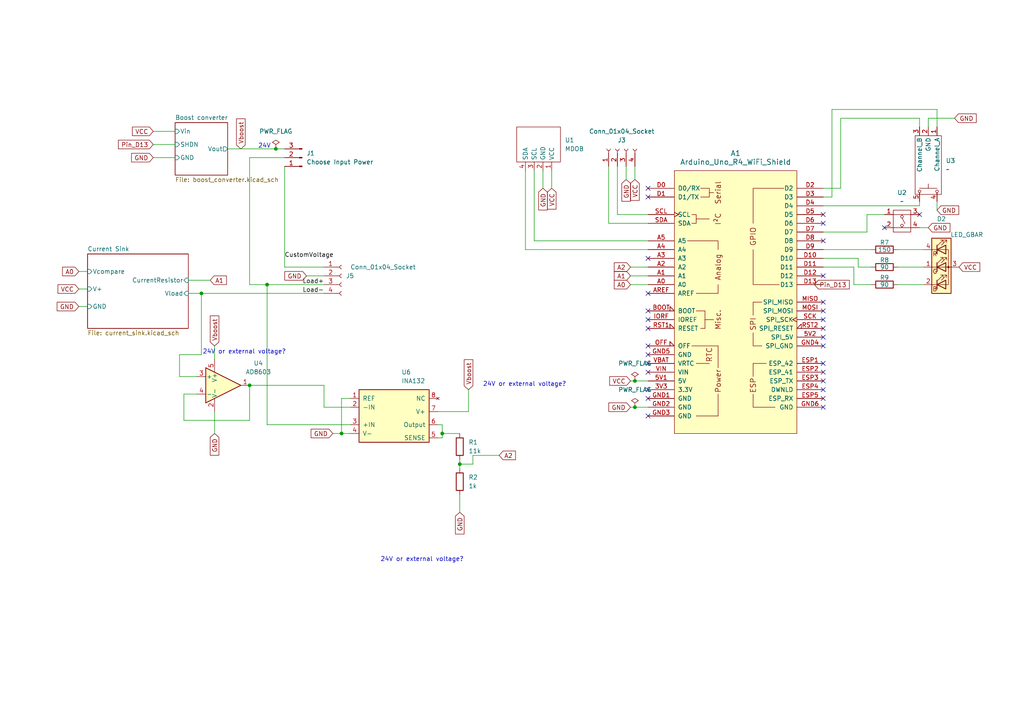
<source format=kicad_sch>
(kicad_sch (version 20250114) (generator "eeschema") (generator_version "9.0")
  (paper "A4")
  (lib_symbols
    (symbol "Amplifier_Operational:AD8603" (pin_names (offset 0.127))
      (property "Reference" "U" (at 0 5.08 0))
      (property "Value" "AD8603" (at 0 -5.08 0))
      (symbol "AD8603_0_1"
        (polyline (pts (xy -5.08 5.08) (xy 5.08 0) (xy -5.08 -5.08) (xy -5.08 5.08)) (stroke (width 0.254)) (fill (type background)))
        (pin power_in line (at -2.54 7.62 270) (length 3.81) (name "V+") (number "5"))
        (pin power_in line (at -2.54 -7.62 90) (length 3.81) (name "V-") (number "2"))
      )
      (symbol "AD8603_1_1"
        (pin input line (at -7.62 2.54 0) (length 2.54) (name "+") (number "3"))
        (pin input line (at -7.62 -2.54 0) (length 2.54) (name "-") (number "4"))
        (pin output line (at 7.62 0 180) (length 2.54) (name "~") (number "1"))
      )
    )
    (symbol "Connector:Conn_01x03_Pin" (pin_names (offset 1.016) (hide yes))
      (property "Reference" "J" (at 0 5.08 0))
      (property "Value" "Conn_01x03_Pin" (at 0 -5.08 0))
      (symbol "Conn_01x03_Pin_1_1"
        (rectangle (start 0.8636 2.667) (end 0 2.413) (stroke (width 0.1524)) (fill (type outline)))
        (rectangle (start 0.8636 0.127) (end 0 -0.127) (stroke (width 0.1524)) (fill (type outline)))
        (rectangle (start 0.8636 -2.413) (end 0 -2.667) (stroke (width 0.1524)) (fill (type outline)))
        (polyline (pts (xy 1.27 2.54) (xy 0.8636 2.54)) (stroke (width 0.1524)))
        (polyline (pts (xy 1.27 0) (xy 0.8636 0)) (stroke (width 0.1524)))
        (polyline (pts (xy 1.27 -2.54) (xy 0.8636 -2.54)) (stroke (width 0.1524)))
        (pin passive line (at 5.08 2.54 180) (length 3.81) (name "Pin_1") (number "1"))
        (pin passive line (at 5.08 0 180) (length 3.81) (name "Pin_2") (number "2"))
        (pin passive line (at 5.08 -2.54 180) (length 3.81) (name "Pin_3") (number "3"))
      )
    )
    (symbol "Connector:Conn_01x04_Socket" (pin_names (offset 1.016) (hide yes))
      (property "Reference" "J" (at 0 5.08 0))
      (property "Value" "Conn_01x04_Socket" (at 0 -7.62 0))
      (symbol "Conn_01x04_Socket_1_1"
        (polyline (pts (xy -1.27 2.54) (xy -0.508 2.54)) (stroke (width 0.1524)))
        (polyline (pts (xy -1.27 0) (xy -0.508 0)) (stroke (width 0.1524)))
        (polyline (pts (xy -1.27 -2.54) (xy -0.508 -2.54)) (stroke (width 0.1524)))
        (polyline (pts (xy -1.27 -5.08) (xy -0.508 -5.08)) (stroke (width 0.1524)))
        (arc (start 0 2.032) (mid -0.5058 2.54) (end 0 3.048) (stroke (width 0.1524)))
        (arc (start 0 -0.508) (mid -0.5058 0) (end 0 0.508) (stroke (width 0.1524)))
        (arc (start 0 -3.048) (mid -0.5058 -2.54) (end 0 -2.032) (stroke (width 0.1524)))
        (arc (start 0 -5.588) (mid -0.5058 -5.08) (end 0 -4.572) (stroke (width 0.1524)))
        (pin passive line (at -5.08 2.54 0) (length 3.81) (name "Pin_1") (number "1"))
        (pin passive line (at -5.08 0 0) (length 3.81) (name "Pin_2") (number "2"))
        (pin passive line (at -5.08 -2.54 0) (length 3.81) (name "Pin_3") (number "3"))
        (pin passive line (at -5.08 -5.08 0) (length 3.81) (name "Pin_4") (number "4"))
      )
    )
    (symbol "Custom_library:MC32831"
      (property "Reference" "U" (at 2.54 -0.508 0))
      (symbol "MC32831_0_1"
        (rectangle (start 0 2.54) (end 5.08 -3.81))
        (polyline (pts (xy 2.4971 1.2436) (xy 2.4756 1.072)))
        (circle (center 2.54 0.635) (radius 0.381))
        (circle (center 2.54 -1.905) (radius 0.381))
        (polyline (pts (xy 2.54 -2.54) (xy 2.5614 -2.2942)))
        (polyline (pts (xy 2.5828 0.2358) (xy 3.3976 -1.3722)))
        (polyline (pts (xy 5.08 1.27) (xy 0 1.27)))
        (polyline (pts (xy 5.08 -2.54) (xy 0 -2.54)))
      )
      (symbol "MC32831_1_1"
        (pin passive line (at -2.54 1.27 0) (length 2.54) (name "") (number "1"))
        (pin passive line (at -2.54 -2.54 0) (length 2.54) (name "") (number "2"))
        (pin passive line (at 7.62 1.27 180) (length 2.54) (name "") (number "3"))
        (pin passive line (at 7.62 -2.54 180) (length 2.54) (name "") (number "4"))
      )
    )
    (symbol "Custom_library:MDOB128064V2v_WI"
      (property "Reference" "U" (at -4.318 -5.334 0))
      (property "Value" "MDOB" (at 3.048 -5.334 0))
      (symbol "MDOB128064V2v_WI_0_1"
        (rectangle (start -6.35 2.54) (end 6.35 -7.62))
      )
      (symbol "MDOB128064V2v_WI_1_1"
        (pin power_in line (at -3.81 5.08 270) (length 2.54) (name "VCC") (number "1"))
        (pin power_in line (at -1.27 5.08 270) (length 2.54) (name "GND") (number "2"))
        (pin bidirectional line (at 1.27 5.08 270) (length 2.54) (name "SCL") (number "3"))
        (pin bidirectional line (at 3.81 5.08 270) (length 2.54) (name "SDA") (number "4"))
      )
    )
    (symbol "Custom_library:PEC11R-4215K-S0012"
      (property "Reference" "U" (at 0 0 0))
      (symbol "PEC11R-4215K-S0012_0_1"
        (rectangle (start -6.35 3.81) (end 10.668 -3.81))
        (rectangle (start 7.62 0) (end 8.89 0))
        (polyline (pts (xy 8.89 2.54) (xy 8.89 -2.54)))
        (circle (center 9.779 2.54) (radius 0.381))
        (circle (center 9.779 -2.54) (radius 0.381))
      )
      (symbol "PEC11R-4215K-S0012_1_1"
        (pin passive line (at -8.89 2.54 0) (length 2.54) (name "Channel_A") (number "1"))
        (pin power_in line (at -8.89 0 0) (length 2.54) (name "GND") (number "2"))
        (pin passive line (at -8.89 -2.54 0) (length 2.54) (name "Channel_B") (number "3"))
        (pin passive line (at 12.7 2.54 180) (length 2.54) (name "") (number "4"))
        (pin passive line (at 12.7 -2.54 180) (length 2.54) (name "") (number "5"))
      )
    )
    (symbol "Device:LED_GBAR" (pin_names (offset 0) (hide yes))
      (property "Reference" "D" (at 0 9.398 0))
      (property "Value" "LED_GBAR" (at 0 -8.89 0))
      (symbol "LED_GBAR_0_0"
        (text "R" (at -1.905 3.81 0) (effects (font (size 1.27 1.27))))
        (text "G" (at -1.905 -1.27 0) (effects (font (size 1.27 1.27))))
        (text "B" (at -1.905 -6.35 0) (effects (font (size 1.27 1.27))))
      )
      (symbol "LED_GBAR_0_1"
        (polyline (pts (xy -1.27 6.35) (xy -1.27 3.81)) (stroke (width 0.254)))
        (polyline (pts (xy -1.27 6.35) (xy -1.27 3.81) (xy -1.27 3.81)))
        (polyline (pts (xy -1.27 5.08) (xy -2.54 5.08)))
        (polyline (pts (xy -1.27 5.08) (xy 1.27 5.08)))
        (polyline (pts (xy -1.27 1.27) (xy -1.27 -1.27)) (stroke (width 0.254)))
        (polyline (pts (xy -1.27 1.27) (xy -1.27 -1.27) (xy -1.27 -1.27)))
        (polyline (pts (xy -1.27 0) (xy -2.54 0)))
        (polyline (pts (xy -1.27 -3.81) (xy -1.27 -6.35)) (stroke (width 0.254)))
        (polyline (pts (xy -1.27 -5.08) (xy -2.54 -5.08)))
        (polyline (pts (xy -1.27 -5.08) (xy 1.27 -5.08)))
        (polyline (pts (xy -1.016 6.35) (xy 0.508 7.874) (xy -0.254 7.874) (xy 0.508 7.874) (xy 0.508 7.112)))
        (polyline (pts (xy -1.016 1.27) (xy 0.508 2.794) (xy -0.254 2.794) (xy 0.508 2.794) (xy 0.508 2.032)))
        (polyline (pts (xy -1.016 -3.81) (xy 0.508 -2.286) (xy -0.254 -2.286) (xy 0.508 -2.286) (xy 0.508 -3.048)))
        (polyline (pts (xy 0 6.35) (xy 1.524 7.874) (xy 0.762 7.874) (xy 1.524 7.874) (xy 1.524 7.112)))
        (polyline (pts (xy 0 1.27) (xy 1.524 2.794) (xy 0.762 2.794) (xy 1.524 2.794) (xy 1.524 2.032)))
        (polyline (pts (xy 0 -3.81) (xy 1.524 -2.286) (xy 0.762 -2.286) (xy 1.524 -2.286) (xy 1.524 -3.048)))
        (polyline (pts (xy 1.27 6.35) (xy 1.27 3.81) (xy -1.27 5.08) (xy 1.27 6.35)) (stroke (width 0.254)))
        (rectangle (start 1.27 6.35) (end 1.27 6.35))
        (rectangle (start 1.27 3.81) (end 1.27 6.35))
        (polyline (pts (xy 1.27 1.27) (xy 1.27 -1.27) (xy -1.27 0) (xy 1.27 1.27)) (stroke (width 0.254)))
        (rectangle (start 1.27 1.27) (end 1.27 1.27))
        (polyline (pts (xy 1.27 0) (xy -1.27 0)))
        (polyline (pts (xy 1.27 0) (xy 2.54 0)))
        (rectangle (start 1.27 -1.27) (end 1.27 1.27))
        (polyline (pts (xy 1.27 -3.81) (xy 1.27 -6.35) (xy -1.27 -5.08) (xy 1.27 -3.81)) (stroke (width 0.254)))
        (polyline (pts (xy 1.27 -5.08) (xy 2.032 -5.08) (xy 2.032 5.08) (xy 1.27 5.08)))
        (circle (center 2.032 0) (radius 0.254) (fill (type outline)))
        (rectangle (start 2.794 8.382) (end -2.794 -7.62) (stroke (width 0.254)) (fill (type background)))
      )
      (symbol "LED_GBAR_1_1"
        (pin passive line (at -5.08 5.08 0) (length 2.54) (name "RK") (number "4"))
        (pin passive line (at -5.08 0 0) (length 2.54) (name "GK") (number "1"))
        (pin passive line (at -5.08 -5.08 0) (length 2.54) (name "BK") (number "2"))
        (pin passive line (at 5.08 0 180) (length 2.54) (name "A") (number "3"))
      )
    )
    (symbol "Device:R" (pin_numbers (hide yes)) (pin_names (offset 0))
      (property "Reference" "R" (at 2.032 0 90))
      (property "Value" "R" (at 0 0 90))
      (symbol "R_0_1"
        (rectangle (start -1.016 -2.54) (end 1.016 2.54) (stroke (width 0.254)))
      )
      (symbol "R_1_1"
        (pin passive line (at 0 3.81 270) (length 1.27) (name "~") (number "1"))
        (pin passive line (at 0 -3.81 90) (length 1.27) (name "~") (number "2"))
      )
    )
    (symbol "Interface_CAN_LIN:TJA1051T-3" (pin_names (offset 1.016))
      (property "Reference" "U6" (at 2.1433 12.7 0))
      (property "Value" "INA132" (at 2.1433 10.16 0))
      (symbol "TJA1051T-3_0_1"
        (rectangle (start -10.16 7.62) (end 10.16 -7.62) (stroke (width 0.254)) (fill (type background)))
      )
      (symbol "TJA1051T-3_1_1"
        (pin input line (at -12.7 5.08 0) (length 2.54) (name "REF") (number "1"))
        (pin input line (at -12.7 2.54 0) (length 2.54) (name "-IN") (number "2"))
        (pin input line (at -12.7 -2.54 0) (length 2.54) (name "+IN") (number "3"))
        (pin power_in line (at -12.7 -5.08 0) (length 2.54) (name "V-") (number "4"))
        (pin no_connect line (at 12.7 5.08 180) (length 2.54) (name "NC") (number "8"))
        (pin power_in line (at 12.7 1.27 180) (length 2.54) (name "V+") (number "7"))
        (pin output line (at 12.7 -2.54 180) (length 2.54) (name "Output") (number "6"))
        (pin input line (at 12.7 -6.35 180) (length 2.54) (name "SENSE") (number "5"))
      )
    )
    (symbol "PCM_arduino-library:Arduino_Uno_R4_WiFi_Shield" (pin_names (offset 1.016))
      (property "Reference" "A" (at 0 43.18 0))
      (property "Value" "Arduino_Uno_R4_WiFi_Shield" (at 0 40.64 0))
      (symbol "Arduino_Uno_R4_WiFi_Shield_0_0"
        (rectangle (start -17.78 38.1) (end 17.78 -38.1) (fill (type background)))
        (polyline (pts (xy -12.7 25.4) (xy -11.43 25.4) (xy -11.43 22.86) (xy -12.7 22.86)))
        (rectangle (start -12.7 -12.7) (end -5.08 -12.7))
        (polyline (pts (xy -11.43 24.13) (xy -7.62 24.13)))
        (rectangle (start -11.43 -33.02) (end -5.08 -33.02))
        (polyline (pts (xy -10.16 33.02) (xy -7.62 33.02) (xy -7.62 30.48) (xy -10.16 30.48)))
        (rectangle (start -10.16 -7.62) (end -8.89 -7.62))
        (rectangle (start -8.89 -2.54) (end -11.43 -2.54))
        (rectangle (start -8.89 -5.08) (end -6.35 -5.08))
        (rectangle (start -8.89 -7.62) (end -8.89 -2.54))
        (polyline (pts (xy -7.62 31.75) (xy -6.35 31.75)))
        (polyline (pts (xy -5.08 15.24) (xy -5.08 17.78) (xy -13.97 17.78)))
        (polyline (pts (xy -5.08 5.08) (xy -5.08 2.54) (xy -11.43 2.54)))
        (polyline (pts (xy -5.08 -12.7) (xy -5.08 -19.05)))
        (polyline (pts (xy -5.08 -26.67) (xy -5.08 -33.02)))
        (polyline (pts (xy 5.08 22.86) (xy 5.08 33.02) (xy 13.97 33.02)))
        (polyline (pts (xy 5.08 15.24) (xy 5.08 5.08) (xy 12.7 5.08)))
        (rectangle (start 5.08 -3.81) (end 5.08 0))
        (rectangle (start 5.08 -12.7) (end 5.08 -8.89))
        (rectangle (start 5.08 -12.7) (end 7.62 -12.7))
        (rectangle (start 5.08 -17.78) (end 8.89 -17.78))
        (rectangle (start 5.08 -21.59) (end 5.08 -17.78))
        (rectangle (start 5.08 -30.48) (end 5.08 -26.67))
        (rectangle (start 5.08 -30.48) (end 11.43 -30.48))
        (rectangle (start 7.62 0) (end 5.08 0))
        (text "RTC" (at -7.62 -15.24 900) (effects (font (size 1.524 1.524))))
        (text "Serial" (at -5.08 31.75 900) (effects (font (size 1.524 1.524))))
        (text "I²C" (at -5.08 24.13 900) (effects (font (size 1.524 1.524))))
        (text "Analog" (at -5.08 10.16 900) (effects (font (size 1.524 1.524))))
        (text "Misc." (at -5.08 -5.08 900) (effects (font (size 1.524 1.524))))
        (text "Power" (at -5.08 -22.86 900) (effects (font (size 1.524 1.524))))
        (text "SPI" (at 5.08 -6.35 900) (effects (font (size 1.524 1.524))))
        (text "ESP" (at 5.08 -24.13 900) (effects (font (size 1.524 1.524))))
      )
      (symbol "Arduino_Uno_R4_WiFi_Shield_0_1"
        (polyline (pts (xy -11.43 -17.78) (xy -7.62 -17.78)))
      )
      (symbol "Arduino_Uno_R4_WiFi_Shield_1_0"
        (text "GPIO" (at 5.08 19.05 900) (effects (font (size 1.524 1.524))))
      )
      (symbol "Arduino_Uno_R4_WiFi_Shield_1_1"
        (pin bidirectional line (at -25.4 33.02 0) (length 7.62) (name "D0/RX") (number "D0"))
        (pin bidirectional line (at -25.4 30.48 0) (length 7.62) (name "D1/TX") (number "D1"))
        (pin bidirectional clock (at -25.4 25.4 0) (length 7.62) (name "SCL") (number "SCL"))
        (pin bidirectional line (at -25.4 22.86 0) (length 7.62) (name "SDA") (number "SDA"))
        (pin bidirectional line (at -25.4 17.78 0) (length 7.62) (name "A5") (number "A5"))
        (pin bidirectional line (at -25.4 15.24 0) (length 7.62) (name "A4") (number "A4"))
        (pin bidirectional line (at -25.4 12.7 0) (length 7.62) (name "A3") (number "A3"))
        (pin bidirectional line (at -25.4 10.16 0) (length 7.62) (name "A2") (number "A2"))
        (pin bidirectional line (at -25.4 7.62 0) (length 7.62) (name "A1") (number "A1"))
        (pin bidirectional line (at -25.4 5.08 0) (length 7.62) (name "A0") (number "A0"))
        (pin input line (at -25.4 2.54 0) (length 7.62) (name "AREF") (number "AREF"))
        (pin input input_low (at -25.4 -2.54 0) (length 7.62) (name "BOOT") (number "BOOT"))
        (pin output line (at -25.4 -5.08 0) (length 7.62) (name "IOREF") (number "IORF"))
        (pin open_collector input_low (at -25.4 -7.62 0) (length 7.62) (name "RESET") (number "RST1"))
        (pin input input_low (at -25.4 -12.7 0) (length 7.62) (name "OFF") (number "OFF"))
        (pin power_in line (at -25.4 -15.24 0) (length 7.62) (name "GND") (number "GND5"))
        (pin power_in line (at -25.4 -17.78 0) (length 7.62) (name "VRTC") (number "VBAT"))
        (pin power_in line (at -25.4 -20.32 0) (length 7.62) (name "VIN") (number "VIN"))
        (pin power_in line (at -25.4 -22.86 0) (length 7.62) (name "5V") (number "5V1"))
        (pin power_out line (at -25.4 -25.4 0) (length 7.62) (name "3.3V") (number "3V3"))
        (pin power_in line (at -25.4 -27.94 0) (length 7.62) (name "GND") (number "GND1"))
        (pin power_in line (at -25.4 -30.48 0) (length 7.62) (name "GND") (number "GND2"))
        (pin power_in line (at -25.4 -33.02 0) (length 7.62) (name "GND") (number "GND3"))
        (pin bidirectional line (at 25.4 33.02 180) (length 7.62) (name "D2") (number "D2"))
        (pin bidirectional line (at 25.4 30.48 180) (length 7.62) (name "D3") (number "D3"))
        (pin bidirectional line (at 25.4 27.94 180) (length 7.62) (name "D4") (number "D4"))
        (pin bidirectional line (at 25.4 25.4 180) (length 7.62) (name "D5") (number "D5"))
        (pin bidirectional line (at 25.4 22.86 180) (length 7.62) (name "D6") (number "D6"))
        (pin bidirectional line (at 25.4 20.32 180) (length 7.62) (name "D7") (number "D7"))
        (pin bidirectional line (at 25.4 17.78 180) (length 7.62) (name "D8") (number "D8"))
        (pin bidirectional line (at 25.4 15.24 180) (length 7.62) (name "D9") (number "D9"))
        (pin bidirectional line (at 25.4 12.7 180) (length 7.62) (name "D10") (number "D10"))
        (pin bidirectional line (at 25.4 10.16 180) (length 7.62) (name "D11") (number "D11"))
        (pin bidirectional line (at 25.4 7.62 180) (length 7.62) (name "D12") (number "D12"))
        (pin bidirectional line (at 25.4 5.08 180) (length 7.62) (name "D13") (number "D13"))
        (pin input line (at 25.4 0 180) (length 7.62) (name "SPI_MISO") (number "MISO"))
        (pin output line (at 25.4 -2.54 180) (length 7.62) (name "SPI_MOSI") (number "MOSI"))
        (pin output clock (at 25.4 -5.08 180) (length 7.62) (name "SPI_SCK") (number "SCK"))
        (pin open_collector input_low (at 25.4 -7.62 180) (length 7.62) (name "SPI_RESET") (number "RST2"))
        (pin power_in line (at 25.4 -10.16 180) (length 7.62) (name "SPI_5V") (number "5V2"))
        (pin power_in line (at 25.4 -12.7 180) (length 7.62) (name "SPI_GND") (number "GND4"))
        (pin bidirectional line (at 25.4 -17.78 180) (length 7.62) (name "ESP_42") (number "ESP1"))
        (pin bidirectional line (at 25.4 -20.32 180) (length 7.62) (name "ESP_41") (number "ESP2"))
        (pin bidirectional line (at 25.4 -22.86 180) (length 7.62) (name "ESP_TX") (number "ESP3"))
        (pin bidirectional line (at 25.4 -25.4 180) (length 7.62) (name "DWNLD") (number "ESP4"))
        (pin bidirectional line (at 25.4 -27.94 180) (length 7.62) (name "ESP_RX") (number "ESP5"))
        (pin power_in line (at 25.4 -30.48 180) (length 7.62) (name "GND") (number "GND6"))
      )
    )
    (symbol "power:PWR_FLAG" (power) (pin_numbers (hide yes)) (pin_names (offset 0) (hide yes))
      (property "Value" "PWR_FLAG" (at 0 3.81 0))
      (symbol "PWR_FLAG_0_0"
        (pin power_out line (at 0 0 90) (length 0) (name "~") (number "1"))
      )
      (symbol "PWR_FLAG_0_1"
        (polyline (pts (xy 0 0) (xy 0 1.27) (xy -1.016 1.905) (xy 0 2.54) (xy 1.016 1.905) (xy 0 1.27)))
      )
    )
  )
  (text "24V" (at 76.708 42.418 0) (effects (font (size 1.27 1.27))))
  (text "24V or external voltage?\n" (at 70.866 102.108 0) (effects (font (size 1.27 1.27))))
  (text "24V or external voltage?\n" (at 122.428 162.306 0) (effects (font (size 1.27 1.27))))
  (text "24V or external voltage?\n" (at 152.146 111.506 0) (effects (font (size 1.27 1.27))))
  (junction (at 58.42 85.09))
  (junction (at 184.15 118.11))
  (junction (at 133.35 134.62))
  (junction (at 184.15 110.49))
  (junction (at 72.39 111.76))
  (junction (at 77.47 82.55))
  (junction (at 128.27 125.73))
  (junction (at 80.01 43.18))
  (junction (at 99.06 125.73))
  (no_connect (at 238.76 90.17))
  (no_connect (at 187.96 74.93))
  (no_connect (at 238.76 92.71))
  (no_connect (at 238.76 107.95))
  (no_connect (at 238.76 95.25))
  (no_connect (at 187.96 107.95))
  (no_connect (at 238.76 113.03))
  (no_connect (at 256.54 66.04))
  (no_connect (at 238.76 100.33))
  (no_connect (at 187.96 120.65))
  (no_connect (at 187.96 100.33))
  (no_connect (at 238.76 97.79))
  (no_connect (at 238.76 69.85))
  (no_connect (at 187.96 90.17))
  (no_connect (at 187.96 95.25))
  (no_connect (at 187.96 115.57))
  (no_connect (at 238.76 80.01))
  (no_connect (at 266.7 62.23))
  (no_connect (at 238.76 110.49))
  (no_connect (at 238.76 105.41))
  (no_connect (at 187.96 57.15))
  (no_connect (at 238.76 115.57))
  (no_connect (at 187.96 105.41))
  (no_connect (at 187.96 85.09))
  (no_connect (at 238.76 62.23))
  (no_connect (at 238.76 64.77))
  (no_connect (at 187.96 113.03))
  (no_connect (at 238.76 118.11))
  (no_connect (at 238.76 87.63))
  (no_connect (at 187.96 102.87))
  (no_connect (at 187.96 54.61))
  (no_connect (at 187.96 92.71))
  (wire (pts (xy 77.47 82.55) (xy 77.47 123.19)))
  (wire (pts (xy 133.35 134.62) (xy 133.35 135.89)))
  (wire (pts (xy 53.34 114.3) (xy 53.34 121.92)))
  (wire (pts (xy 127 119.38) (xy 135.89 119.38)))
  (wire (pts (xy 243.84 54.61) (xy 243.84 34.29)))
  (wire (pts (xy 57.15 114.3) (xy 53.34 114.3)))
  (wire (pts (xy 248.92 77.47) (xy 252.73 77.47)))
  (wire (pts (xy 266.7 34.29) (xy 266.7 36.83)))
  (wire (pts (xy 82.55 48.26) (xy 82.55 77.47)))
  (wire (pts (xy 154.94 49.53) (xy 154.94 69.85)))
  (wire (pts (xy 154.94 69.85) (xy 187.96 69.85)))
  (wire (pts (xy 72.39 121.92) (xy 72.39 111.76)))
  (wire (pts (xy 252.73 82.55) (xy 247.65 82.55)))
  (wire (pts (xy 128.27 125.73) (xy 133.35 125.73)))
  (wire (pts (xy 260.35 82.55) (xy 267.97 82.55)))
  (wire (pts (xy 266.7 59.69) (xy 266.7 58.42)))
  (wire (pts (xy 251.46 62.23) (xy 256.54 62.23)))
  (wire (pts (xy 260.35 72.39) (xy 267.97 72.39)))
  (wire (pts (xy 251.46 62.23) (xy 251.46 67.31)))
  (wire (pts (xy 248.92 74.93) (xy 248.92 77.47)))
  (wire (pts (xy 135.89 113.03) (xy 135.89 119.38)))
  (wire (pts (xy 99.06 125.73) (xy 101.6 125.73)))
  (wire (pts (xy 99.06 115.57) (xy 101.6 115.57)))
  (wire (pts (xy 271.78 31.75) (xy 241.3 31.75)))
  (wire (pts (xy 271.78 58.42) (xy 271.78 60.96)))
  (wire (pts (xy 137.16 134.62) (xy 133.35 134.62)))
  (wire (pts (xy 247.65 77.47) (xy 238.76 77.47)))
  (wire (pts (xy 160.02 49.53) (xy 160.02 54.61)))
  (wire (pts (xy 96.52 125.73) (xy 99.06 125.73)))
  (wire (pts (xy 182.88 82.55) (xy 187.96 82.55)))
  (wire (pts (xy 182.88 118.11) (xy 184.15 118.11)))
  (wire (pts (xy 184.15 48.26) (xy 184.15 52.07)))
  (wire (pts (xy 44.45 41.91) (xy 50.8 41.91)))
  (wire (pts (xy 58.42 102.87) (xy 58.42 85.09)))
  (wire (pts (xy 66.04 43.18) (xy 80.01 43.18)))
  (wire (pts (xy 241.3 31.75) (xy 241.3 57.15)))
  (wire (pts (xy 238.76 57.15) (xy 241.3 57.15)))
  (wire (pts (xy 128.27 123.19) (xy 128.27 125.73)))
  (wire (pts (xy 243.84 34.29) (xy 266.7 34.29)))
  (wire (pts (xy 176.53 48.26) (xy 176.53 64.77)))
  (wire (pts (xy 127 123.19) (xy 128.27 123.19)))
  (wire (pts (xy 152.4 72.39) (xy 187.96 72.39)))
  (wire (pts (xy 238.76 59.69) (xy 266.7 59.69)))
  (wire (pts (xy 77.47 123.19) (xy 101.6 123.19)))
  (wire (pts (xy 54.61 85.09) (xy 58.42 85.09)))
  (wire (pts (xy 53.34 121.92) (xy 72.39 121.92)))
  (wire (pts (xy 157.48 49.53) (xy 157.48 54.61)))
  (wire (pts (xy 184.15 110.49) (xy 187.96 110.49)))
  (wire (pts (xy 176.53 64.77) (xy 187.96 64.77)))
  (wire (pts (xy 72.39 82.55) (xy 77.47 82.55)))
  (wire (pts (xy 72.39 45.72) (xy 82.55 45.72)))
  (wire (pts (xy 93.98 118.11) (xy 101.6 118.11)))
  (wire (pts (xy 269.24 34.29) (xy 276.86 34.29)))
  (wire (pts (xy 137.16 132.08) (xy 137.16 134.62)))
  (wire (pts (xy 77.47 82.55) (xy 93.98 82.55)))
  (wire (pts (xy 54.61 81.28) (xy 60.96 81.28)))
  (wire (pts (xy 187.96 62.23) (xy 179.07 62.23)))
  (wire (pts (xy 58.42 85.09) (xy 93.98 85.09)))
  (wire (pts (xy 269.24 36.83) (xy 269.24 34.29)))
  (wire (pts (xy 127 127) (xy 128.27 127)))
  (wire (pts (xy 72.39 45.72) (xy 72.39 82.55)))
  (wire (pts (xy 72.39 111.76) (xy 93.98 111.76)))
  (wire (pts (xy 22.86 83.82) (xy 25.4 83.82)))
  (wire (pts (xy 62.23 119.38) (xy 62.23 125.73)))
  (wire (pts (xy 182.88 77.47) (xy 187.96 77.47)))
  (wire (pts (xy 52.07 102.87) (xy 58.42 102.87)))
  (wire (pts (xy 238.76 54.61) (xy 243.84 54.61)))
  (wire (pts (xy 52.07 109.22) (xy 52.07 102.87)))
  (wire (pts (xy 82.55 77.47) (xy 93.98 77.47)))
  (wire (pts (xy 22.86 78.74) (xy 25.4 78.74)))
  (wire (pts (xy 184.15 118.11) (xy 187.96 118.11)))
  (wire (pts (xy 152.4 49.53) (xy 152.4 72.39)))
  (wire (pts (xy 179.07 62.23) (xy 179.07 48.26)))
  (wire (pts (xy 238.76 74.93) (xy 248.92 74.93)))
  (wire (pts (xy 93.98 111.76) (xy 93.98 118.11)))
  (wire (pts (xy 238.76 72.39) (xy 252.73 72.39)))
  (wire (pts (xy 251.46 67.31) (xy 238.76 67.31)))
  (wire (pts (xy 266.7 66.04) (xy 269.24 66.04)))
  (wire (pts (xy 182.88 110.49) (xy 184.15 110.49)))
  (wire (pts (xy 260.35 77.47) (xy 267.97 77.47)))
  (wire (pts (xy 22.86 88.9) (xy 25.4 88.9)))
  (wire (pts (xy 88.9 80.01) (xy 93.98 80.01)))
  (wire (pts (xy 137.16 132.08) (xy 144.78 132.08)))
  (wire (pts (xy 99.06 115.57) (xy 99.06 125.73)))
  (wire (pts (xy 44.45 45.72) (xy 50.8 45.72)))
  (wire (pts (xy 133.35 133.35) (xy 133.35 134.62)))
  (wire (pts (xy 44.45 38.1) (xy 50.8 38.1)))
  (wire (pts (xy 236.22 82.55) (xy 238.76 82.55)))
  (wire (pts (xy 247.65 82.55) (xy 247.65 77.47)))
  (wire (pts (xy 80.01 43.18) (xy 82.55 43.18)))
  (wire (pts (xy 271.78 36.83) (xy 271.78 31.75)))
  (wire (pts (xy 128.27 125.73) (xy 128.27 127)))
  (wire (pts (xy 181.61 48.26) (xy 181.61 52.07)))
  (wire (pts (xy 62.23 100.33) (xy 62.23 104.14)))
  (wire (pts (xy 133.35 143.51) (xy 133.35 148.59)))
  (wire (pts (xy 182.88 80.01) (xy 187.96 80.01)))
  (wire (pts (xy 57.15 109.22) (xy 52.07 109.22)))
  (label "CustomVoltage" (at 82.55 74.93 0))
  (label "Load-" (at 93.98 85.09 180))
  (label "Load+" (at 93.98 82.55 180))
  (global_label "A0" (shape input) (at 182.88 82.55 180) (property "Intersheetrefs" "${INTERSHEET_REFS}" (effects (hide yes))))
  (global_label "A1" (shape input) (at 60.96 81.28 0) (property "Intersheetrefs" "${INTERSHEET_REFS}" (effects (hide yes))))
  (global_label "VCC" (shape input) (at 44.45 38.1 180) (property "Intersheetrefs" "${INTERSHEET_REFS}" (effects (hide yes))))
  (global_label "GND" (shape input) (at 44.45 45.72 180) (property "Intersheetrefs" "${INTERSHEET_REFS}" (effects (hide yes))))
  (global_label "GND" (shape input) (at 88.9 80.01 180) (property "Intersheetrefs" "${INTERSHEET_REFS}" (effects (hide yes))))
  (global_label "GND" (shape input) (at 269.24 66.04 0) (property "Intersheetrefs" "${INTERSHEET_REFS}" (effects (hide yes))))
  (global_label "VCC" (shape input) (at 22.86 83.82 180) (property "Intersheetrefs" "${INTERSHEET_REFS}" (effects (hide yes))))
  (global_label "A0" (shape input) (at 22.86 78.74 180) (property "Intersheetrefs" "${INTERSHEET_REFS}" (effects (hide yes))))
  (global_label "VCC" (shape input) (at 278.13 77.47 0) (property "Intersheetrefs" "${INTERSHEET_REFS}" (effects (hide yes))))
  (global_label "Pin_D13" (shape input) (at 44.45 41.91 180) (property "Intersheetrefs" "${INTERSHEET_REFS}" (effects (hide yes))))
  (global_label "A1" (shape input) (at 182.88 80.01 180) (property "Intersheetrefs" "${INTERSHEET_REFS}" (effects (hide yes))))
  (global_label "VCC" (shape input) (at 182.88 110.49 180) (property "Intersheetrefs" "${INTERSHEET_REFS}" (effects (hide yes))))
  (global_label "GND" (shape input) (at 22.86 88.9 180) (property "Intersheetrefs" "${INTERSHEET_REFS}" (effects (hide yes))))
  (global_label "A2" (shape input) (at 144.78 132.08 0) (property "Intersheetrefs" "${INTERSHEET_REFS}" (effects (hide yes))))
  (global_label "GND" (shape input) (at 276.86 34.29 0) (property "Intersheetrefs" "${INTERSHEET_REFS}" (effects (hide yes))))
  (global_label "GND" (shape input) (at 157.48 54.61 270) (property "Intersheetrefs" "${INTERSHEET_REFS}" (effects (hide yes))))
  (global_label "Vboost" (shape input) (at 69.85 43.18 90) (property "Intersheetrefs" "${INTERSHEET_REFS}" (effects (hide yes))))
  (global_label "VCC" (shape input) (at 184.15 52.07 270) (property "Intersheetrefs" "${INTERSHEET_REFS}" (effects (hide yes))))
  (global_label "GND" (shape input) (at 271.78 60.96 0) (property "Intersheetrefs" "${INTERSHEET_REFS}" (effects (hide yes))))
  (global_label "A2" (shape input) (at 182.88 77.47 180) (property "Intersheetrefs" "${INTERSHEET_REFS}" (effects (hide yes))))
  (global_label "GND" (shape input) (at 181.61 52.07 270) (property "Intersheetrefs" "${INTERSHEET_REFS}" (effects (hide yes))))
  (global_label "Vboost" (shape input) (at 62.23 100.33 90) (property "Intersheetrefs" "${INTERSHEET_REFS}" (effects (hide yes))))
  (global_label "Vboost" (shape input) (at 135.89 113.03 90) (property "Intersheetrefs" "${INTERSHEET_REFS}" (effects (hide yes))))
  (global_label "GND" (shape input) (at 133.35 148.59 270) (property "Intersheetrefs" "${INTERSHEET_REFS}" (effects (hide yes))))
  (global_label "VCC" (shape input) (at 160.02 54.61 270) (property "Intersheetrefs" "${INTERSHEET_REFS}" (effects (hide yes))))
  (global_label "GND" (shape input) (at 96.52 125.73 180) (property "Intersheetrefs" "${INTERSHEET_REFS}" (effects (hide yes))))
  (global_label "GND" (shape input) (at 182.88 118.11 180) (property "Intersheetrefs" "${INTERSHEET_REFS}" (effects (hide yes))))
  (global_label "Pin_D13" (shape input) (at 236.22 82.55 0) (property "Intersheetrefs" "${INTERSHEET_REFS}" (effects (hide yes))))
  (global_label "GND" (shape input) (at 62.23 125.73 270) (property "Intersheetrefs" "${INTERSHEET_REFS}" (effects (hide yes))))
  (symbol (lib_id "Device:R") (at 133.35 129.54 0) (unit 1)
    (property "Reference" "R1" (at 135.89 128.2699 0) (effects (justify left)))
    (property "Value" "11k" (at 135.89 130.8099 0) (effects (justify left)))
    (property "Footprint" "Resistor_SMD:R_2010_5025Metric_Pad1.40x2.65mm_HandSolder" (effects (hide yes)))
    (property "Description" "Resistor" (effects (hide yes)))
  )
  (symbol (lib_id "Connector:Conn_01x04_Socket") (at 99.06 80.01 0) (unit 1)
    (property "Reference" "J5" (at 100.33 80.0099 0) (effects (justify left)))
    (property "Value" "Conn_01x04_Socket" (at 101.6 77.47 0) (effects (justify left)))
    (property "Footprint" "Connector_Phoenix_MC_HighVoltage:PhoenixContact_MCV_1,5_4-G-5.08_1x04_P5.08mm_Vertical" (effects (hide yes)))
    (property "Description" "Generic connector, single row, 01x04, script generated" (effects (hide yes)))
  )
  (symbol (lib_id "power:PWR_FLAG") (at 184.15 118.11 0) (unit 1)
    (property "Reference" "#FLG01" (effects (hide yes)))
    (property "Value" "PWR_FLAG" (at 184.15 113.03 0))
    (property "Description" "Special symbol for telling ERC where power comes from" (effects (hide yes)))
  )
  (symbol (lib_id "power:PWR_FLAG") (at 184.15 110.49 0) (unit 1)
    (property "Reference" "#FLG02" (effects (hide yes)))
    (property "Value" "PWR_FLAG" (at 184.15 105.41 0))
    (property "Description" "Special symbol for telling ERC where power comes from" (effects (hide yes)))
  )
  (symbol (lib_id "PCM_arduino-library:Arduino_Uno_R4_WiFi_Shield") (at 213.36 87.63 0) (unit 1)
    (property "Reference" "A1" (at 213.36 44.45 0) (effects (font (size 1.524 1.524))))
    (property "Value" "Arduino_Uno_R4_WiFi_Shield" (at 213.36 46.99 0) (effects (font (size 1.524 1.524))))
    (property "Footprint" "PCM_arduino-library:Arduino_Uno_R4_WiFi_Shield" (effects (hide yes)))
    (property "Datasheet" "https://docs.arduino.cc/hardware/uno-r4-wifi" (effects (hide yes)))
    (property "Description" "Shield for Arduino Uno R4 WiFi" (effects (hide yes)))
  )
  (symbol (lib_id "Custom_library:PEC11R-4215K-S0012") (at 269.24 45.72 270) (unit 1)
    (property "Reference" "U3" (at 274.32 46.6089 90) (effects (justify left)))
    (property "Value" "~" (at 274.32 49.1489 90) (effects (justify left)))
    (property "Footprint" "Custom_footprints:PEC11R-4215K-S0012" (effects (hide yes)))
  )
  (symbol (lib_id "Interface_CAN_LIN:TJA1051T-3") (at 114.3 120.65 0) (unit 1)
    (property "Reference" "U6" (at 116.4433 107.95 0) (effects (justify left)))
    (property "Value" "INA132" (at 116.4433 110.49 0) (effects (justify left)))
    (property "Footprint" "Package_SO:SOIC-8_3.9x4.9mm_P1.27mm" (effects (hide yes)))
    (property "Datasheet" "http://www.nxp.com/docs/en/data-sheet/TJA1051.pdf" (effects (hide yes)))
    (property "Description" "High-Speed CAN Transceiver, separate VIO, silent mode, SOIC-8" (effects (hide yes)))
  )
  (symbol (lib_id "Connector:Conn_01x04_Socket") (at 179.07 43.18 90) (unit 1)
    (property "Reference" "J3" (at 180.34 40.64 90))
    (property "Value" "Conn_01x04_Socket" (at 180.34 38.1 90))
    (property "Footprint" "Connector:NS-Tech_Grove_1x04_P2mm_Vertical" (effects (hide yes)))
    (property "Datasheet" "kicad-embed://Connector_i2c.pdf" (effects (hide yes)))
    (property "Description" "Generic connector, single row, 01x04, script generated" (effects (hide yes)))
  )
  (symbol (lib_id "power:PWR_FLAG") (at 80.01 43.18 0) (unit 1)
    (property "Reference" "#FLG03" (effects (hide yes)))
    (property "Value" "PWR_FLAG" (at 80.01 38.1 0))
    (property "Description" "Special symbol for telling ERC where power comes from" (effects (hide yes)))
  )
  (symbol (lib_id "Custom_library:MC32831") (at 259.08 63.5 0) (unit 1)
    (property "Reference" "U2" (at 261.62 55.88 0))
    (property "Value" "~" (at 261.62 58.42 0))
    (property "Footprint" "Custom_footprints:MC32831" (effects (hide yes)))
  )
  (symbol (lib_id "Device:R") (at 256.54 72.39 90) (unit 1)
    (property "Reference" "R7" (at 256.54 70.358 90))
    (property "Value" "150" (at 256.54 72.39 90))
    (property "Footprint" "Resistor_SMD:R_2010_5025Metric_Pad1.40x2.65mm_HandSolder" (effects (hide yes)))
    (property "Description" "Resistor" (effects (hide yes)))
  )
  (symbol (lib_id "Device:R") (at 256.54 77.47 90) (unit 1)
    (property "Reference" "R8" (at 256.54 75.438 90))
    (property "Value" "90" (at 256.54 77.47 90))
    (property "Footprint" "Resistor_SMD:R_2010_5025Metric_Pad1.40x2.65mm_HandSolder" (effects (hide yes)))
    (property "Description" "Resistor" (effects (hide yes)))
  )
  (symbol (lib_id "Amplifier_Operational:AD8603") (at 64.77 111.76 0) (unit 1)
    (property "Reference" "U4" (at 74.93 105.3398 0))
    (property "Value" "AD8603" (at 74.93 107.8798 0))
    (property "Footprint" "Package_TO_SOT_SMD:TSOT-23-5" (effects (hide yes)))
    (property "Datasheet" "https://www.analog.com/media/en/technical-documentation/data-sheets/AD8603_8607_8609.pdf" (effects (hide yes)))
    (property "Description" "Precision Micropower, Low Noise CMOS, Rail-to-Rail Input/Output Operational Amplifier, TSOT-23-5" (effects (hide yes)))
  )
  (symbol (lib_id "Device:R") (at 133.35 139.7 0) (unit 1)
    (property "Reference" "R2" (at 135.89 138.4299 0) (effects (justify left)))
    (property "Value" "1k" (at 135.89 140.9699 0) (effects (justify left)))
    (property "Footprint" "Resistor_SMD:R_2010_5025Metric_Pad1.40x2.65mm_HandSolder" (effects (hide yes)))
    (property "Description" "Resistor" (effects (hide yes)))
  )
  (symbol (lib_id "Connector:Conn_01x03_Pin") (at 87.63 45.72 180) (unit 1)
    (property "Reference" "J1" (at 88.9 44.4499 0) (effects (justify right)))
    (property "Value" "Choose Input Power" (at 88.9 46.9899 0) (effects (justify right)))
    (property "Footprint" "Connector_PinHeader_2.54mm:PinHeader_1x03_P2.54mm_Vertical" (effects (hide yes)))
    (property "Description" "Generic connector, single row, 01x03, script generated" (effects (hide yes)))
  )
  (symbol (lib_id "Custom_library:MDOB128064V2v_WI") (at 156.21 44.45 180) (unit 1)
    (property "Reference" "U1" (at 163.83 40.6399 0) (effects (justify right)))
    (property "Value" "MDOB" (at 163.83 43.1799 0) (effects (justify right)))
    (property "Footprint" "Custom_footprints:MDOB128064V2V-WI" (effects (hide yes)))
    (property "Datasheet" "kicad-embed://display_oled.pdf" (effects (hide yes)))
  )
  (symbol (lib_id "Device:R") (at 256.54 82.55 90) (unit 1)
    (property "Reference" "R9" (at 256.54 80.518 90))
    (property "Value" "90" (at 256.54 82.55 90))
    (property "Footprint" "Resistor_SMD:R_2010_5025Metric_Pad1.40x2.65mm_HandSolder" (effects (hide yes)))
    (property "Description" "Resistor" (effects (hide yes)))
  )
  (symbol (lib_id "Device:LED_GBAR") (at 273.05 77.47 0) (unit 1)
    (property "Reference" "D2" (at 273.05 63.5 0))
    (property "Value" "LED_GBAR" (at 280.416 68.072 0))
    (property "Footprint" "LED_THT:LED_D5.0mm-4_RGB" (effects (hide yes)))
    (property "Description" "RGB LED, green/blue/anode/red" (effects (hide yes)))
  )
  (sheet (at 50.8 35.56) (size 15.24 15.24) (stroke (width 0.1524))
    (property "Sheetname" "Boost converter" (at 50.8 34.8484 0) (effects (justify left bottom)))
    (property "Sheetfile" "boost_converter.kicad_sch" (at 50.8 51.3846 0) (effects (justify left top)))
    (pin "GND" input (at 50.8 45.72 180))
    (pin "SHDN" input (at 50.8 41.91 180))
    (pin "Vout" output (at 66.04 43.18 0))
    (pin "Vin" input (at 50.8 38.1 180))
  )
  (sheet (at 25.4 73.66) (size 29.21 21.59) (stroke (width 0.1524))
    (property "Sheetname" "Current Sink" (at 25.4 72.9484 0) (effects (justify left bottom)))
    (property "Sheetfile" "current_sink.kicad_sch" (at 25.4 95.8346 0) (effects (justify left top)))
    (pin "CurrentResistor" input (at 54.61 81.28 0))
    (pin "GND" input (at 25.4 88.9 180))
    (pin "V+" input (at 25.4 83.82 180))
    (pin "Vcompare" input (at 25.4 78.74 180))
    (pin "Vload" input (at 54.61 85.09 0))
  )
)
</source>
